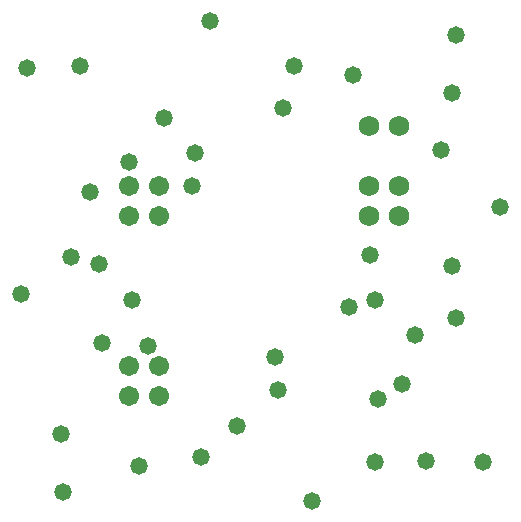
<source format=gbs>
G04*
G04 #@! TF.GenerationSoftware,Altium Limited,Altium Designer,19.0.10 (269)*
G04*
G04 Layer_Color=16711935*
%FSLAX43Y43*%
%MOMM*%
G71*
G01*
G75*
%ADD27C,1.703*%
%ADD28C,1.727*%
%ADD35C,1.473*%
D27*
X13716Y13716D02*
D03*
Y16256D02*
D03*
Y28956D02*
D03*
Y31496D02*
D03*
X16256D02*
D03*
Y28956D02*
D03*
Y16256D02*
D03*
Y13716D02*
D03*
D28*
X36576Y28956D02*
D03*
X34036D02*
D03*
X36576Y31496D02*
D03*
X34036D02*
D03*
X36576Y36576D02*
D03*
X34036D02*
D03*
D35*
X10414Y31017D02*
D03*
X14570Y7777D02*
D03*
X19812Y8590D02*
D03*
X26098Y17081D02*
D03*
X43688Y8128D02*
D03*
X38862Y8234D02*
D03*
X32294Y21239D02*
D03*
X41025Y39370D02*
D03*
X41402Y44345D02*
D03*
X32702Y40893D02*
D03*
X27686Y41677D02*
D03*
X9533Y41641D02*
D03*
X16673Y37320D02*
D03*
X5051Y41550D02*
D03*
X36830Y14767D02*
D03*
X41075Y24740D02*
D03*
X41350Y20320D02*
D03*
X8823Y25519D02*
D03*
X7941Y10505D02*
D03*
X8128Y5624D02*
D03*
X15331Y17932D02*
D03*
X11430Y18186D02*
D03*
X19304Y34290D02*
D03*
X34099Y25718D02*
D03*
X40132Y34544D02*
D03*
X34544Y8128D02*
D03*
X34798Y13462D02*
D03*
X26289Y14224D02*
D03*
X11176Y24892D02*
D03*
X13970Y21844D02*
D03*
X34544D02*
D03*
X19050Y31496D02*
D03*
X13716Y33528D02*
D03*
X26784Y38100D02*
D03*
X20574Y45466D02*
D03*
X4572Y22352D02*
D03*
X45153Y29718D02*
D03*
X37919Y18869D02*
D03*
X22860Y11176D02*
D03*
X29187Y4862D02*
D03*
M02*

</source>
